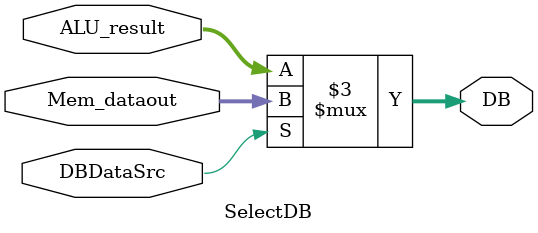
<source format=v>
`timescale 1ns / 1ps


module SelectDB(
    input DBDataSrc,
    input [31:0] ALU_result,
    input [31:0] Mem_dataout,
    output reg [31:0]DB
    );
    always@(DBDataSrc or ALU_result or Mem_dataout)
    if(DBDataSrc)
        DB = Mem_dataout;
    else
       DB = ALU_result;
endmodule

</source>
